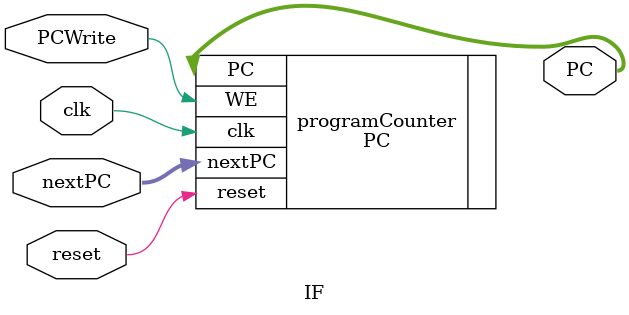
<source format=v>
`timescale 1ns / 1ps

`include "../../macros.v"

module IF (
    input clk,
    input reset,
    input PCWrite,
    input [31:0] nextPC,
    output [31:0] PC
);

    PC programCounter (
        .clk(clk),
        .reset(reset),
        .WE(PCWrite),
        .nextPC(nextPC),
        .PC(PC)
    );

endmodule
</source>
